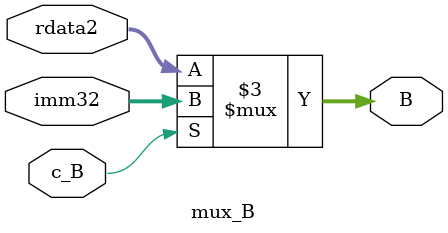
<source format=v>
module mux_wadd(c_waddr, waddr, IR);
    input [1:0] c_waddr;
    input [31:0] IR;
    output reg [4:0] waddr;
    always@(*)
        begin
            if(c_waddr==2'b00)
                waddr = IR[15:11];
            else if(c_waddr== 2'b01)
                waddr = IR[20:16];
            else if(c_waddr == 2'b10)
                waddr = 5'b11111;

        end
endmodule

module mux_wdata(c_wdata, wdata, dmrout, aluout, NPC);
    input [1:0] c_wdata;
    input [31:0] dmrout;
    input [31:0] aluout;
    input [31:0] NPC;
    output reg [31:0] wdata;
    always@(*)
        begin
            if(c_wdata==2'b00)
                wdata = dmrout;
            else if(c_wdata== 2'b01)
                wdata = aluout;
            else if(c_wdata == 2'b10)
                wdata = NPC;

        end
endmodule

module mux_B(B, c_B, rdata2, imm32);
    input c_B;
    input [31:0] rdata2;
    input [31:0] imm32;
    output reg [31:0] B;
    always@(*)
        if(c_B)
            B = imm32;
        else
            B = rdata2;
endmodule

</source>
